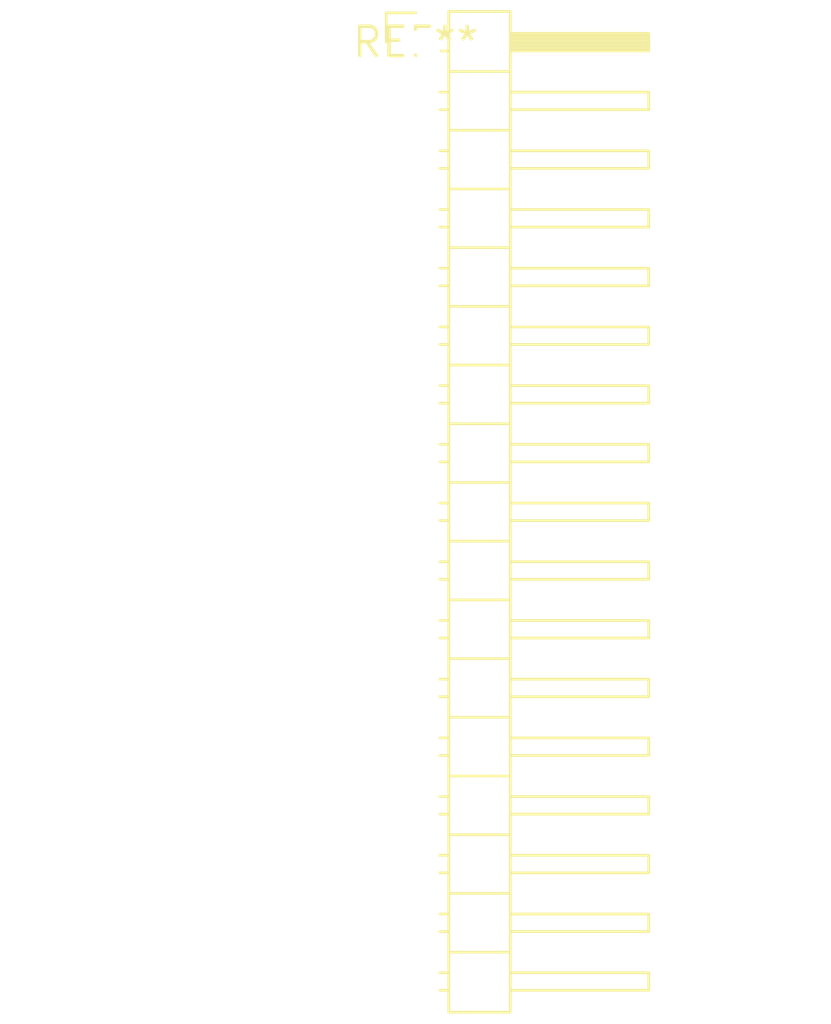
<source format=kicad_pcb>
(kicad_pcb (version 20240108) (generator pcbnew)
  (layers (0 "F.Cu" signal) (31 "B.Cu" signal) (34 "B.Paste" user) (35 "F.Paste" user) (36 "B.SilkS" user "B.Silkscreen") (37 "F.SilkS" user "F.Silkscreen") (38 "B.Mask" user) (39 "F.Mask" user) (44 "Edge.Cuts" user))
  (net 0 "")
  (footprint "PinHeader_1x17_P2.54mm_Horizontal" (layer "F.Cu") (at 0 0)
    (property "Reference" "REF**")
    (property "Value" "PinHeader_1x17_P2.54mm_Horizontal")
    (fp_line (start -1.27 -1.27) (end 0 -1.27) (layer "F.SilkS") (stroke (width 0.12)))
    (fp_line (start -1.27 0) (end -1.27 -1.27) (layer "F.SilkS") (stroke (width 0.12)))
    (fp_line (start 1.042929 2.16) (end 1.44 2.16) (layer "F.SilkS") (stroke (width 0.12)))
    (fp_line (start 1.042929 2.92) (end 1.44 2.92) (layer "F.SilkS") (stroke (width 0.12)))
    (fp_line (start 1.042929 4.7) (end 1.44 4.7) (layer "F.SilkS") (stroke (width 0.12)))
    (fp_line (start 1.042929 5.46) (end 1.44 5.46) (layer "F.SilkS") (stroke (width 0.12)))
    (fp_line (start 1.042929 7.24) (end 1.44 7.24) (layer "F.SilkS") (stroke (width 0.12)))
    (fp_line (start 1.042929 8) (end 1.44 8) (layer "F.SilkS") (stroke (width 0.12)))
    (fp_line (start 1.042929 9.78) (end 1.44 9.78) (layer "F.SilkS") (stroke (width 0.12)))
    (fp_line (start 1.042929 10.54) (end 1.44 10.54) (layer "F.SilkS") (stroke (width 0.12)))
    (fp_line (start 1.042929 12.32) (end 1.44 12.32) (layer "F.SilkS") (stroke (width 0.12)))
    (fp_line (start 1.042929 13.08) (end 1.44 13.08) (layer "F.SilkS") (stroke (width 0.12)))
    (fp_line (start 1.042929 14.86) (end 1.44 14.86) (layer "F.SilkS") (stroke (width 0.12)))
    (fp_line (start 1.042929 15.62) (end 1.44 15.62) (layer "F.SilkS") (stroke (width 0.12)))
    (fp_line (start 1.042929 17.4) (end 1.44 17.4) (layer "F.SilkS") (stroke (width 0.12)))
    (fp_line (start 1.042929 18.16) (end 1.44 18.16) (layer "F.SilkS") (stroke (width 0.12)))
    (fp_line (start 1.042929 19.94) (end 1.44 19.94) (layer "F.SilkS") (stroke (width 0.12)))
    (fp_line (start 1.042929 20.7) (end 1.44 20.7) (layer "F.SilkS") (stroke (width 0.12)))
    (fp_line (start 1.042929 22.48) (end 1.44 22.48) (layer "F.SilkS") (stroke (width 0.12)))
    (fp_line (start 1.042929 23.24) (end 1.44 23.24) (layer "F.SilkS") (stroke (width 0.12)))
    (fp_line (start 1.042929 25.02) (end 1.44 25.02) (layer "F.SilkS") (stroke (width 0.12)))
    (fp_line (start 1.042929 25.78) (end 1.44 25.78) (layer "F.SilkS") (stroke (width 0.12)))
    (fp_line (start 1.042929 27.56) (end 1.44 27.56) (layer "F.SilkS") (stroke (width 0.12)))
    (fp_line (start 1.042929 28.32) (end 1.44 28.32) (layer "F.SilkS") (stroke (width 0.12)))
    (fp_line (start 1.042929 30.1) (end 1.44 30.1) (layer "F.SilkS") (stroke (width 0.12)))
    (fp_line (start 1.042929 30.86) (end 1.44 30.86) (layer "F.SilkS") (stroke (width 0.12)))
    (fp_line (start 1.042929 32.64) (end 1.44 32.64) (layer "F.SilkS") (stroke (width 0.12)))
    (fp_line (start 1.042929 33.4) (end 1.44 33.4) (layer "F.SilkS") (stroke (width 0.12)))
    (fp_line (start 1.042929 35.18) (end 1.44 35.18) (layer "F.SilkS") (stroke (width 0.12)))
    (fp_line (start 1.042929 35.94) (end 1.44 35.94) (layer "F.SilkS") (stroke (width 0.12)))
    (fp_line (start 1.042929 37.72) (end 1.44 37.72) (layer "F.SilkS") (stroke (width 0.12)))
    (fp_line (start 1.042929 38.48) (end 1.44 38.48) (layer "F.SilkS") (stroke (width 0.12)))
    (fp_line (start 1.042929 40.26) (end 1.44 40.26) (layer "F.SilkS") (stroke (width 0.12)))
    (fp_line (start 1.042929 41.02) (end 1.44 41.02) (layer "F.SilkS") (stroke (width 0.12)))
    (fp_line (start 1.11 -0.38) (end 1.44 -0.38) (layer "F.SilkS") (stroke (width 0.12)))
    (fp_line (start 1.11 0.38) (end 1.44 0.38) (layer "F.SilkS") (stroke (width 0.12)))
    (fp_line (start 1.44 -1.33) (end 1.44 41.97) (layer "F.SilkS") (stroke (width 0.12)))
    (fp_line (start 1.44 1.27) (end 4.1 1.27) (layer "F.SilkS") (stroke (width 0.12)))
    (fp_line (start 1.44 3.81) (end 4.1 3.81) (layer "F.SilkS") (stroke (width 0.12)))
    (fp_line (start 1.44 6.35) (end 4.1 6.35) (layer "F.SilkS") (stroke (width 0.12)))
    (fp_line (start 1.44 8.89) (end 4.1 8.89) (layer "F.SilkS") (stroke (width 0.12)))
    (fp_line (start 1.44 11.43) (end 4.1 11.43) (layer "F.SilkS") (stroke (width 0.12)))
    (fp_line (start 1.44 13.97) (end 4.1 13.97) (layer "F.SilkS") (stroke (width 0.12)))
    (fp_line (start 1.44 16.51) (end 4.1 16.51) (layer "F.SilkS") (stroke (width 0.12)))
    (fp_line (start 1.44 19.05) (end 4.1 19.05) (layer "F.SilkS") (stroke (width 0.12)))
    (fp_line (start 1.44 21.59) (end 4.1 21.59) (layer "F.SilkS") (stroke (width 0.12)))
    (fp_line (start 1.44 24.13) (end 4.1 24.13) (layer "F.SilkS") (stroke (width 0.12)))
    (fp_line (start 1.44 26.67) (end 4.1 26.67) (layer "F.SilkS") (stroke (width 0.12)))
    (fp_line (start 1.44 29.21) (end 4.1 29.21) (layer "F.SilkS") (stroke (width 0.12)))
    (fp_line (start 1.44 31.75) (end 4.1 31.75) (layer "F.SilkS") (stroke (width 0.12)))
    (fp_line (start 1.44 34.29) (end 4.1 34.29) (layer "F.SilkS") (stroke (width 0.12)))
    (fp_line (start 1.44 36.83) (end 4.1 36.83) (layer "F.SilkS") (stroke (width 0.12)))
    (fp_line (start 1.44 39.37) (end 4.1 39.37) (layer "F.SilkS") (stroke (width 0.12)))
    (fp_line (start 1.44 41.97) (end 4.1 41.97) (layer "F.SilkS") (stroke (width 0.12)))
    (fp_line (start 4.1 -1.33) (end 1.44 -1.33) (layer "F.SilkS") (stroke (width 0.12)))
    (fp_line (start 4.1 -0.38) (end 10.1 -0.38) (layer "F.SilkS") (stroke (width 0.12)))
    (fp_line (start 4.1 -0.32) (end 10.1 -0.32) (layer "F.SilkS") (stroke (width 0.12)))
    (fp_line (start 4.1 -0.2) (end 10.1 -0.2) (layer "F.SilkS") (stroke (width 0.12)))
    (fp_line (start 4.1 -0.08) (end 10.1 -0.08) (layer "F.SilkS") (stroke (width 0.12)))
    (fp_line (start 4.1 0.04) (end 10.1 0.04) (layer "F.SilkS") (stroke (width 0.12)))
    (fp_line (start 4.1 0.16) (end 10.1 0.16) (layer "F.SilkS") (stroke (width 0.12)))
    (fp_line (start 4.1 0.28) (end 10.1 0.28) (layer "F.SilkS") (stroke (width 0.12)))
    (fp_line (start 4.1 2.16) (end 10.1 2.16) (layer "F.SilkS") (stroke (width 0.12)))
    (fp_line (start 4.1 4.7) (end 10.1 4.7) (layer "F.SilkS") (stroke (width 0.12)))
    (fp_line (start 4.1 7.24) (end 10.1 7.24) (layer "F.SilkS") (stroke (width 0.12)))
    (fp_line (start 4.1 9.78) (end 10.1 9.78) (layer "F.SilkS") (stroke (width 0.12)))
    (fp_line (start 4.1 12.32) (end 10.1 12.32) (layer "F.SilkS") (stroke (width 0.12)))
    (fp_line (start 4.1 14.86) (end 10.1 14.86) (layer "F.SilkS") (stroke (width 0.12)))
    (fp_line (start 4.1 17.4) (end 10.1 17.4) (layer "F.SilkS") (stroke (width 0.12)))
    (fp_line (start 4.1 19.94) (end 10.1 19.94) (layer "F.SilkS") (stroke (width 0.12)))
    (fp_line (start 4.1 22.48) (end 10.1 22.48) (layer "F.SilkS") (stroke (width 0.12)))
    (fp_line (start 4.1 25.02) (end 10.1 25.02) (layer "F.SilkS") (stroke (width 0.12)))
    (fp_line (start 4.1 27.56) (end 10.1 27.56) (layer "F.SilkS") (stroke (width 0.12)))
    (fp_line (start 4.1 30.1) (end 10.1 30.1) (layer "F.SilkS") (stroke (width 0.12)))
    (fp_line (start 4.1 32.64) (end 10.1 32.64) (layer "F.SilkS") (stroke (width 0.12)))
    (fp_line (start 4.1 35.18) (end 10.1 35.18) (layer "F.SilkS") (stroke (width 0.12)))
    (fp_line (start 4.1 37.72) (end 10.1 37.72) (layer "F.SilkS") (stroke (width 0.12)))
    (fp_line (start 4.1 40.26) (end 10.1 40.26) (layer "F.SilkS") (stroke (width 0.12)))
    (fp_line (start 4.1 41.97) (end 4.1 -1.33) (layer "F.SilkS") (stroke (width 0.12)))
    (fp_line (start 10.1 -0.38) (end 10.1 0.38) (layer "F.SilkS") (stroke (width 0.12)))
    (fp_line (start 10.1 0.38) (end 4.1 0.38) (layer "F.SilkS") (stroke (width 0.12)))
    (fp_line (start 10.1 2.16) (end 10.1 2.92) (layer "F.SilkS") (stroke (width 0.12)))
    (fp_line (start 10.1 2.92) (end 4.1 2.92) (layer "F.SilkS") (stroke (width 0.12)))
    (fp_line (start 10.1 4.7) (end 10.1 5.46) (layer "F.SilkS") (stroke (width 0.12)))
    (fp_line (start 10.1 5.46) (end 4.1 5.46) (layer "F.SilkS") (stroke (width 0.12)))
    (fp_line (start 10.1 7.24) (end 10.1 8) (layer "F.SilkS") (stroke (width 0.12)))
    (fp_line (start 10.1 8) (end 4.1 8) (layer "F.SilkS") (stroke (width 0.12)))
    (fp_line (start 10.1 9.78) (end 10.1 10.54) (layer "F.SilkS") (stroke (width 0.12)))
    (fp_line (start 10.1 10.54) (end 4.1 10.54) (layer "F.SilkS") (stroke (width 0.12)))
    (fp_line (start 10.1 12.32) (end 10.1 13.08) (layer "F.SilkS") (stroke (width 0.12)))
    (fp_line (start 10.1 13.08) (end 4.1 13.08) (layer "F.SilkS") (stroke (width 0.12)))
    (fp_line (start 10.1 14.86) (end 10.1 15.62) (layer "F.SilkS") (stroke (width 0.12)))
    (fp_line (start 10.1 15.62) (end 4.1 15.62) (layer "F.SilkS") (stroke (width 0.12)))
    (fp_line (start 10.1 17.4) (end 10.1 18.16) (layer "F.SilkS") (stroke (width 0.12)))
    (fp_line (start 10.1 18.16) (end 4.1 18.16) (layer "F.SilkS") (stroke (width 0.12)))
    (fp_line (start 10.1 19.94) (end 10.1 20.7) (layer "F.SilkS") (stroke (width 0.12)))
    (fp_line (start 10.1 20.7) (end 4.1 20.7) (layer "F.SilkS") (stroke (width 0.12)))
    (fp_line (start 10.1 22.48) (end 10.1 23.24) (layer "F.SilkS") (stroke (width 0.12)))
    (fp_line (start 10.1 23.24) (end 4.1 23.24) (layer "F.SilkS") (stroke (width 0.12)))
    (fp_line (start 10.1 25.02) (end 10.1 25.78) (layer "F.SilkS") (stroke (width 0.12)))
    (fp_line (start 10.1 25.78) (end 4.1 25.78) (layer "F.SilkS") (stroke (width 0.12)))
    (fp_line (start 10.1 27.56) (end 10.1 28.32) (layer "F.SilkS") (stroke (width 0.12)))
    (fp_line (start 10.1 28.32) (end 4.1 28.32) (layer "F.SilkS") (stroke (width 0.12)))
    (fp_line (start 10.1 30.1) (end 10.1 30.86) (layer "F.SilkS") (stroke (width 0.12)))
    (fp_line (start 10.1 30.86) (end 4.1 30.86) (layer "F.SilkS") (stroke (width 0.12)))
    (fp_line (start 10.1 32.64) (end 10.1 33.4) (layer "F.SilkS") (stroke (width 0.12)))
    (fp_line (start 10.1 33.4) (end 4.1 33.4) (layer "F.SilkS") (stroke (width 0.12)))
    (fp_line (start 10.1 35.18) (end 10.1 35.94) (layer "F.SilkS") (stroke (width 0.12)))
    (fp_line (start 10.1 35.94) (end 4.1 35.94) (layer "F.SilkS") (stroke (width 0.12)))
    (fp_line (start 10.1 37.72) (end 10.1 38.48) (layer "F.SilkS") (stroke (width 0.12)))
    (fp_line (start 10.1 38.48) (end 4.1 38.48) (layer "F.SilkS") (stroke (width 0.12)))
    (fp_line (start 10.1 40.26) (end 10.1 41.02) (layer "F.SilkS") (stroke (width 0.12)))
    (fp_line (start 10.1 41.02) (end 4.1 41.02) (layer "F.SilkS") (stroke (width 0.12)))
    (pad "1" thru_hole rect (at 0 0) (size 1.7 1.7) (drill 1) (layers *.Cu *.Mask) (remove_unused_layers))
    (pad "2" thru_hole oval (at 0 2.54) (size 1.7 1.7) (drill 1) (layers *.Cu *.Mask) (remove_unused_layers))
    (pad "3" thru_hole oval (at 0 5.08) (size 1.7 1.7) (drill 1) (layers *.Cu *.Mask) (remove_unused_layers))
    (pad "4" thru_hole oval (at 0 7.62) (size 1.7 1.7) (drill 1) (layers *.Cu *.Mask) (remove_unused_layers))
    (pad "5" thru_hole oval (at 0 10.16) (size 1.7 1.7) (drill 1) (layers *.Cu *.Mask) (remove_unused_layers))
    (pad "6" thru_hole oval (at 0 12.7) (size 1.7 1.7) (drill 1) (layers *.Cu *.Mask) (remove_unused_layers))
    (pad "7" thru_hole oval (at 0 15.24) (size 1.7 1.7) (drill 1) (layers *.Cu *.Mask) (remove_unused_layers))
    (pad "8" thru_hole oval (at 0 17.78) (size 1.7 1.7) (drill 1) (layers *.Cu *.Mask) (remove_unused_layers))
    (pad "9" thru_hole oval (at 0 20.32) (size 1.7 1.7) (drill 1) (layers *.Cu *.Mask) (remove_unused_layers))
    (pad "10" thru_hole oval (at 0 22.86) (size 1.7 1.7) (drill 1) (layers *.Cu *.Mask) (remove_unused_layers))
    (pad "11" thru_hole oval (at 0 25.4) (size 1.7 1.7) (drill 1) (layers *.Cu *.Mask) (remove_unused_layers))
    (pad "12" thru_hole oval (at 0 27.94) (size 1.7 1.7) (drill 1) (layers *.Cu *.Mask) (remove_unused_layers))
    (pad "13" thru_hole oval (at 0 30.48) (size 1.7 1.7) (drill 1) (layers *.Cu *.Mask) (remove_unused_layers))
    (pad "14" thru_hole oval (at 0 33.02) (size 1.7 1.7) (drill 1) (layers *.Cu *.Mask) (remove_unused_layers))
    (pad "15" thru_hole oval (at 0 35.56) (size 1.7 1.7) (drill 1) (layers *.Cu *.Mask) (remove_unused_layers))
    (pad "16" thru_hole oval (at 0 38.1) (size 1.7 1.7) (drill 1) (layers *.Cu *.Mask) (remove_unused_layers))
    (pad "17" thru_hole oval (at 0 40.64) (size 1.7 1.7) (drill 1) (layers *.Cu *.Mask) (remove_unused_layers))
  )
)
</source>
